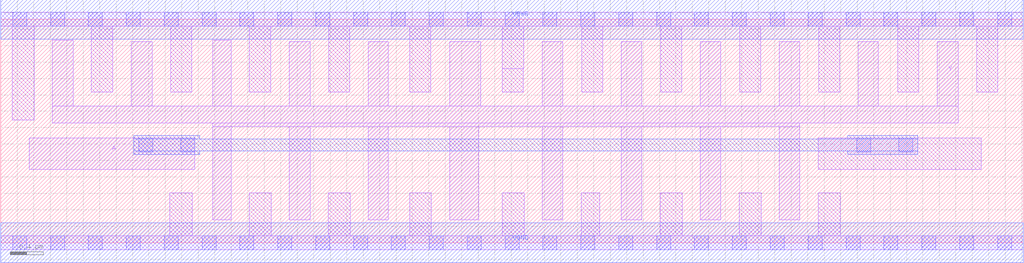
<source format=lef>
# Copyright 2020 The SkyWater PDK Authors
#
# Licensed under the Apache License, Version 2.0 (the "License");
# you may not use this file except in compliance with the License.
# You may obtain a copy of the License at
#
#     https://www.apache.org/licenses/LICENSE-2.0
#
# Unless required by applicable law or agreed to in writing, software
# distributed under the License is distributed on an "AS IS" BASIS,
# WITHOUT WARRANTIES OR CONDITIONS OF ANY KIND, either express or implied.
# See the License for the specific language governing permissions and
# limitations under the License.
#
# SPDX-License-Identifier: Apache-2.0

VERSION 5.7 ;
BUSBITCHARS "[]" ;
DIVIDERCHAR "/" ;
PROPERTYDEFINITIONS
  MACRO maskLayoutSubType STRING ;
  MACRO prCellType STRING ;
  MACRO originalViewName STRING ;
END PROPERTYDEFINITIONS
MACRO sky130_fd_sc_hdll__clkinv_16
  ORIGIN  0.000000  0.000000 ;
  CLASS CORE ;
  SYMMETRY X Y R90 ;
  SIZE  12.42000 BY  2.720000 ;
  SITE unithd ;
  PIN A
    ANTENNAGATEAREA  5.328000 ;
    DIRECTION INPUT ;
    USE SIGNAL ;
    PORT
      LAYER li1 ;
        RECT 0.345000 0.895000 2.355000 1.275000 ;
    END
  END A
  PIN Y
    ANTENNADIFFAREA  4.928900 ;
    DIRECTION OUTPUT ;
    USE SIGNAL ;
    PORT
      LAYER li1 ;
        RECT  0.625000 1.455000 11.630000 1.665000 ;
        RECT  0.625000 1.665000  0.880000 2.465000 ;
        RECT  1.585000 1.665000  1.840000 2.450000 ;
        RECT  2.575000 0.280000  2.800000 1.415000 ;
        RECT  2.575000 1.415000  9.705000 1.455000 ;
        RECT  2.575000 1.665000  2.800000 2.465000 ;
        RECT  3.505000 0.280000  3.760000 1.415000 ;
        RECT  3.505000 1.665000  3.760000 2.450000 ;
        RECT  4.465000 0.280000  4.705000 1.415000 ;
        RECT  4.465000 1.665000  4.705000 2.450000 ;
        RECT  5.455000 0.280000  5.805000 1.415000 ;
        RECT  5.455000 1.665000  5.830000 2.450000 ;
        RECT  6.575000 0.280000  6.825000 1.415000 ;
        RECT  6.575000 1.665000  6.825000 2.450000 ;
        RECT  7.535000 0.280000  7.785000 1.415000 ;
        RECT  7.535000 1.665000  7.785000 2.450000 ;
        RECT  8.495000 0.280000  8.745000 1.415000 ;
        RECT  8.495000 1.665000  8.745000 2.450000 ;
        RECT  9.455000 0.280000  9.705000 1.415000 ;
        RECT  9.455000 1.665000  9.705000 2.450000 ;
        RECT 10.415000 1.665000 10.655000 2.450000 ;
        RECT 11.375000 1.665000 11.630000 2.450000 ;
    END
  END Y
  PIN VGND
    DIRECTION INOUT ;
    USE GROUND ;
    PORT
      LAYER met1 ;
        RECT 0.000000 -0.240000 12.420000 0.240000 ;
    END
  END VGND
  PIN VPWR
    DIRECTION INOUT ;
    USE POWER ;
    PORT
      LAYER met1 ;
        RECT 0.000000 2.480000 12.420000 2.960000 ;
    END
  END VPWR
  OBS
    LAYER li1 ;
      RECT  0.000000 -0.085000 12.420000 0.085000 ;
      RECT  0.000000  2.635000 12.420000 2.805000 ;
      RECT  0.140000  1.495000  0.405000 2.635000 ;
      RECT  1.100000  1.835000  1.360000 2.635000 ;
      RECT  2.055000  0.085000  2.325000 0.610000 ;
      RECT  2.065000  1.835000  2.320000 2.635000 ;
      RECT  3.020000  0.085000  3.285000 0.610000 ;
      RECT  3.020000  1.835000  3.280000 2.635000 ;
      RECT  3.980000  0.085000  4.245000 0.610000 ;
      RECT  3.985000  1.835000  4.240000 2.635000 ;
      RECT  4.965000  0.085000  5.230000 0.610000 ;
      RECT  4.965000  1.835000  5.220000 2.635000 ;
      RECT  6.090000  0.085000  6.355000 0.610000 ;
      RECT  6.090000  1.835000  6.345000 2.120000 ;
      RECT  6.090000  2.120000  6.350000 2.635000 ;
      RECT  7.050000  0.085000  7.275000 0.610000 ;
      RECT  7.055000  1.835000  7.310000 2.635000 ;
      RECT  8.010000  0.085000  8.275000 0.610000 ;
      RECT  8.015000  1.835000  8.270000 2.635000 ;
      RECT  8.970000  0.085000  9.235000 0.610000 ;
      RECT  8.975000  1.835000  9.230000 2.635000 ;
      RECT  9.930000  0.085000 10.195000 0.610000 ;
      RECT  9.930000  0.895000 11.910000 1.275000 ;
      RECT  9.935000  1.835000 10.190000 2.635000 ;
      RECT 10.895000  1.835000 11.150000 2.635000 ;
      RECT 11.850000  1.835000 12.110000 2.635000 ;
    LAYER mcon ;
      RECT  0.145000 -0.085000  0.315000 0.085000 ;
      RECT  0.145000  2.635000  0.315000 2.805000 ;
      RECT  0.605000 -0.085000  0.775000 0.085000 ;
      RECT  0.605000  2.635000  0.775000 2.805000 ;
      RECT  1.065000 -0.085000  1.235000 0.085000 ;
      RECT  1.065000  2.635000  1.235000 2.805000 ;
      RECT  1.525000 -0.085000  1.695000 0.085000 ;
      RECT  1.525000  2.635000  1.695000 2.805000 ;
      RECT  1.675000  1.105000  1.845000 1.275000 ;
      RECT  1.985000 -0.085000  2.155000 0.085000 ;
      RECT  1.985000  2.635000  2.155000 2.805000 ;
      RECT  2.185000  1.105000  2.355000 1.275000 ;
      RECT  2.445000 -0.085000  2.615000 0.085000 ;
      RECT  2.445000  2.635000  2.615000 2.805000 ;
      RECT  2.905000 -0.085000  3.075000 0.085000 ;
      RECT  2.905000  2.635000  3.075000 2.805000 ;
      RECT  3.365000 -0.085000  3.535000 0.085000 ;
      RECT  3.365000  2.635000  3.535000 2.805000 ;
      RECT  3.825000 -0.085000  3.995000 0.085000 ;
      RECT  3.825000  2.635000  3.995000 2.805000 ;
      RECT  4.285000 -0.085000  4.455000 0.085000 ;
      RECT  4.285000  2.635000  4.455000 2.805000 ;
      RECT  4.745000 -0.085000  4.915000 0.085000 ;
      RECT  4.745000  2.635000  4.915000 2.805000 ;
      RECT  5.205000 -0.085000  5.375000 0.085000 ;
      RECT  5.205000  2.635000  5.375000 2.805000 ;
      RECT  5.665000 -0.085000  5.835000 0.085000 ;
      RECT  5.665000  2.635000  5.835000 2.805000 ;
      RECT  6.125000 -0.085000  6.295000 0.085000 ;
      RECT  6.125000  2.635000  6.295000 2.805000 ;
      RECT  6.585000 -0.085000  6.755000 0.085000 ;
      RECT  6.585000  2.635000  6.755000 2.805000 ;
      RECT  7.045000 -0.085000  7.215000 0.085000 ;
      RECT  7.045000  2.635000  7.215000 2.805000 ;
      RECT  7.505000 -0.085000  7.675000 0.085000 ;
      RECT  7.505000  2.635000  7.675000 2.805000 ;
      RECT  7.965000 -0.085000  8.135000 0.085000 ;
      RECT  7.965000  2.635000  8.135000 2.805000 ;
      RECT  8.425000 -0.085000  8.595000 0.085000 ;
      RECT  8.425000  2.635000  8.595000 2.805000 ;
      RECT  8.885000 -0.085000  9.055000 0.085000 ;
      RECT  8.885000  2.635000  9.055000 2.805000 ;
      RECT  9.345000 -0.085000  9.515000 0.085000 ;
      RECT  9.345000  2.635000  9.515000 2.805000 ;
      RECT  9.805000 -0.085000  9.975000 0.085000 ;
      RECT  9.805000  2.635000  9.975000 2.805000 ;
      RECT 10.265000 -0.085000 10.435000 0.085000 ;
      RECT 10.265000  2.635000 10.435000 2.805000 ;
      RECT 10.395000  1.105000 10.565000 1.275000 ;
      RECT 10.725000 -0.085000 10.895000 0.085000 ;
      RECT 10.725000  2.635000 10.895000 2.805000 ;
      RECT 10.905000  1.105000 11.075000 1.275000 ;
      RECT 11.185000 -0.085000 11.355000 0.085000 ;
      RECT 11.185000  2.635000 11.355000 2.805000 ;
      RECT 11.645000 -0.085000 11.815000 0.085000 ;
      RECT 11.645000  2.635000 11.815000 2.805000 ;
      RECT 12.105000 -0.085000 12.275000 0.085000 ;
      RECT 12.105000  2.635000 12.275000 2.805000 ;
    LAYER met1 ;
      RECT  1.615000 1.075000  2.415000 1.120000 ;
      RECT  1.615000 1.120000 11.135000 1.260000 ;
      RECT  1.615000 1.260000  2.415000 1.305000 ;
      RECT 10.285000 1.075000 11.135000 1.120000 ;
      RECT 10.285000 1.260000 11.135000 1.305000 ;
  END
  PROPERTY maskLayoutSubType "abstract" ;
  PROPERTY prCellType "standard" ;
  PROPERTY originalViewName "layout" ;
END sky130_fd_sc_hdll__clkinv_16

</source>
